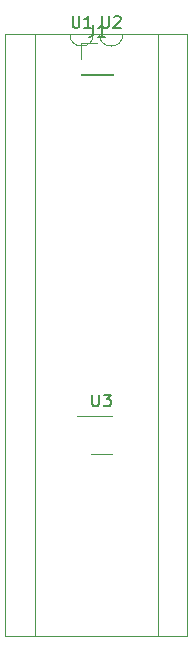
<source format=gbr>
%TF.GenerationSoftware,KiCad,Pcbnew,(5.1.10)-1*%
%TF.CreationDate,2021-09-20T15:06:15+02:00*%
%TF.ProjectId,R6522decode,52363532-3264-4656-936f-64652e6b6963,rev?*%
%TF.SameCoordinates,Original*%
%TF.FileFunction,Legend,Top*%
%TF.FilePolarity,Positive*%
%FSLAX46Y46*%
G04 Gerber Fmt 4.6, Leading zero omitted, Abs format (unit mm)*
G04 Created by KiCad (PCBNEW (5.1.10)-1) date 2021-09-20 15:06:15*
%MOMM*%
%LPD*%
G01*
G04 APERTURE LIST*
%ADD10C,0.120000*%
%ADD11C,0.150000*%
G04 APERTURE END LIST*
D10*
%TO.C,J1*%
X107020000Y-73850000D02*
X108350000Y-73850000D01*
X107020000Y-75180000D02*
X107020000Y-73850000D01*
X107020000Y-76450000D02*
X109680000Y-76450000D01*
X109680000Y-76450000D02*
X109680000Y-76510000D01*
X107020000Y-76450000D02*
X107020000Y-76510000D01*
X107020000Y-76510000D02*
X109680000Y-76510000D01*
%TO.C,U1*%
X113505001Y-73105001D02*
X108045001Y-73105001D01*
X113505001Y-124025001D02*
X113505001Y-73105001D01*
X100585001Y-124025001D02*
X113505001Y-124025001D01*
X100585001Y-73105001D02*
X100585001Y-124025001D01*
X106045001Y-73105001D02*
X100585001Y-73105001D01*
X108045001Y-73105001D02*
G75*
G02*
X106045001Y-73105001I-1000000J0D01*
G01*
%TO.C,U2*%
X108540000Y-73100000D02*
X103080000Y-73100000D01*
X103080000Y-73100000D02*
X103080000Y-124020000D01*
X103080000Y-124020000D02*
X116000000Y-124020000D01*
X116000000Y-124020000D02*
X116000000Y-73100000D01*
X116000000Y-73100000D02*
X110540000Y-73100000D01*
X110540000Y-73100000D02*
G75*
G02*
X108540000Y-73100000I-1000000J0D01*
G01*
%TO.C,U3*%
X109610000Y-105440000D02*
X106660000Y-105440000D01*
X107810000Y-108660000D02*
X109610000Y-108660000D01*
%TO.C,J1*%
D11*
X108016666Y-72302380D02*
X108016666Y-73016666D01*
X107969047Y-73159523D01*
X107873809Y-73254761D01*
X107730952Y-73302380D01*
X107635714Y-73302380D01*
X109016666Y-73302380D02*
X108445238Y-73302380D01*
X108730952Y-73302380D02*
X108730952Y-72302380D01*
X108635714Y-72445238D01*
X108540476Y-72540476D01*
X108445238Y-72588095D01*
%TO.C,U1*%
X106283096Y-71557381D02*
X106283096Y-72366905D01*
X106330715Y-72462143D01*
X106378334Y-72509762D01*
X106473572Y-72557381D01*
X106664048Y-72557381D01*
X106759286Y-72509762D01*
X106806905Y-72462143D01*
X106854524Y-72366905D01*
X106854524Y-71557381D01*
X107854524Y-72557381D02*
X107283096Y-72557381D01*
X107568810Y-72557381D02*
X107568810Y-71557381D01*
X107473572Y-71700239D01*
X107378334Y-71795477D01*
X107283096Y-71843096D01*
%TO.C,U2*%
X108778095Y-71552380D02*
X108778095Y-72361904D01*
X108825714Y-72457142D01*
X108873333Y-72504761D01*
X108968571Y-72552380D01*
X109159047Y-72552380D01*
X109254285Y-72504761D01*
X109301904Y-72457142D01*
X109349523Y-72361904D01*
X109349523Y-71552380D01*
X109778095Y-71647619D02*
X109825714Y-71600000D01*
X109920952Y-71552380D01*
X110159047Y-71552380D01*
X110254285Y-71600000D01*
X110301904Y-71647619D01*
X110349523Y-71742857D01*
X110349523Y-71838095D01*
X110301904Y-71980952D01*
X109730476Y-72552380D01*
X110349523Y-72552380D01*
%TO.C,U3*%
X107948095Y-103602380D02*
X107948095Y-104411904D01*
X107995714Y-104507142D01*
X108043333Y-104554761D01*
X108138571Y-104602380D01*
X108329047Y-104602380D01*
X108424285Y-104554761D01*
X108471904Y-104507142D01*
X108519523Y-104411904D01*
X108519523Y-103602380D01*
X108900476Y-103602380D02*
X109519523Y-103602380D01*
X109186190Y-103983333D01*
X109329047Y-103983333D01*
X109424285Y-104030952D01*
X109471904Y-104078571D01*
X109519523Y-104173809D01*
X109519523Y-104411904D01*
X109471904Y-104507142D01*
X109424285Y-104554761D01*
X109329047Y-104602380D01*
X109043333Y-104602380D01*
X108948095Y-104554761D01*
X108900476Y-104507142D01*
%TD*%
M02*

</source>
